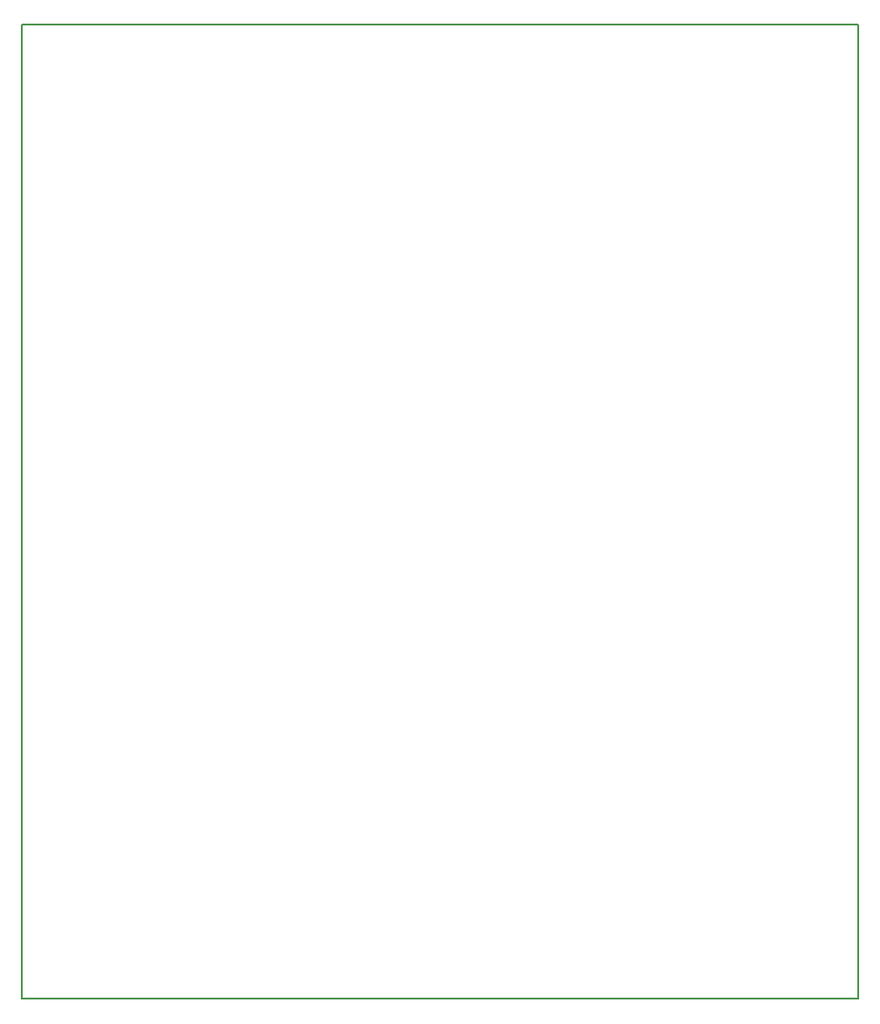
<source format=gbr>
G04 #@! TF.FileFunction,Profile,NP*
%FSLAX46Y46*%
G04 Gerber Fmt 4.6, Leading zero omitted, Abs format (unit mm)*
G04 Created by KiCad (PCBNEW 4.0.5-e0-6337~49~ubuntu16.04.1) date Thu Dec 29 17:38:52 2016*
%MOMM*%
%LPD*%
G01*
G04 APERTURE LIST*
%ADD10C,0.100000*%
%ADD11C,0.150000*%
G04 APERTURE END LIST*
D10*
D11*
X193700000Y-136850000D02*
X193700000Y-46100000D01*
X115700000Y-136850000D02*
X193700000Y-136850000D01*
X115700000Y-46100000D02*
X115700000Y-136850000D01*
X193700000Y-46100000D02*
X115700000Y-46100000D01*
M02*

</source>
